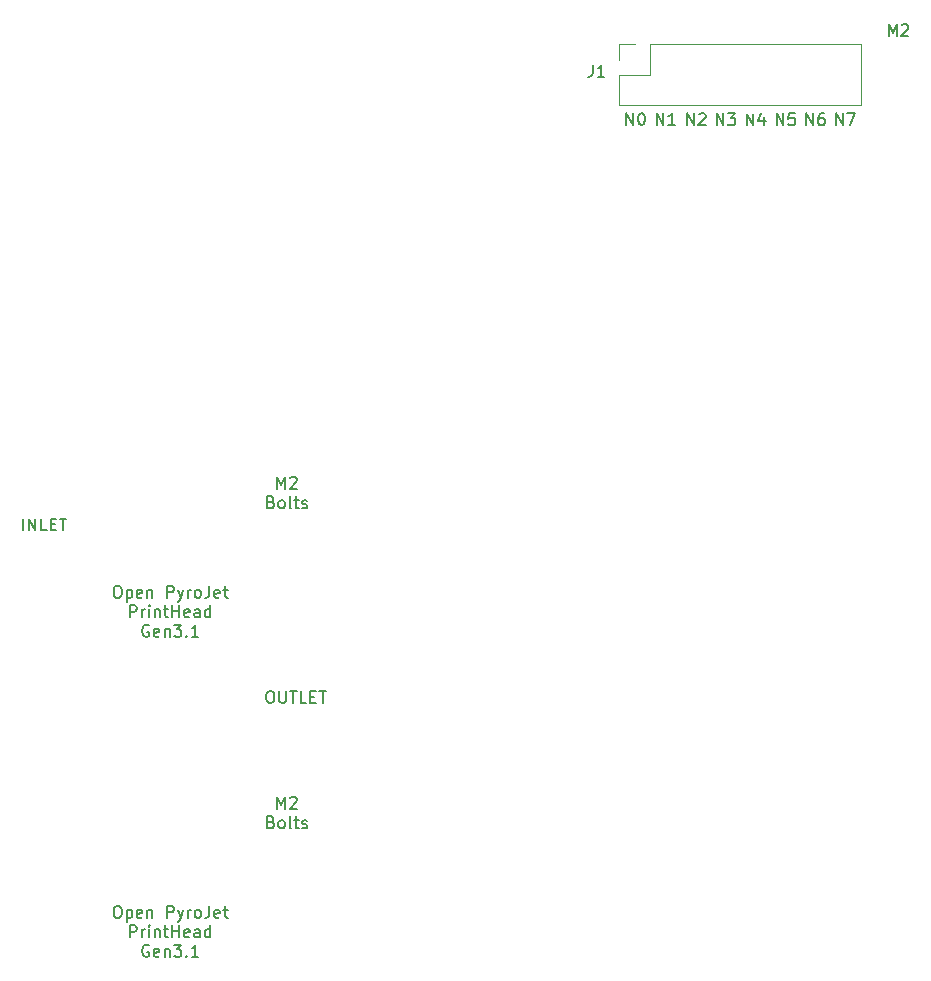
<source format=gto>
%MOIN*%
%OFA0B0*%
%FSLAX46Y46*%
%IPPOS*%
%LPD*%
%ADD10C,0.005905511811023622*%
%ADD11C,0.0047244094488188976*%
%ADD22C,0.005905511811023622*%
%ADD23C,0.005905511811023622*%
G01*
D10*
X0003210318Y0003179670D02*
X0003210318Y0003219040D01*
X0003232815Y0003179670D01*
X0003232815Y0003219040D01*
X0003247813Y0003219040D02*
X0003274060Y0003219040D01*
X0003257187Y0003179670D01*
X0003111318Y0003179670D02*
X0003111318Y0003219040D01*
X0003133815Y0003179670D01*
X0003133815Y0003219040D01*
X0003169436Y0003219040D02*
X0003161937Y0003219040D01*
X0003158187Y0003217165D01*
X0003156313Y0003215290D01*
X0003152563Y0003209666D01*
X0003150688Y0003202167D01*
X0003150688Y0003187169D01*
X0003152563Y0003183419D01*
X0003154438Y0003181544D01*
X0003158187Y0003179670D01*
X0003165686Y0003179670D01*
X0003169436Y0003181544D01*
X0003171311Y0003183419D01*
X0003173185Y0003187169D01*
X0003173185Y0003196542D01*
X0003171311Y0003200292D01*
X0003169436Y0003202167D01*
X0003165686Y0003204042D01*
X0003158187Y0003204042D01*
X0003154438Y0003202167D01*
X0003152563Y0003200292D01*
X0003150688Y0003196542D01*
X0003012318Y0003179670D02*
X0003012318Y0003219040D01*
X0003034815Y0003179670D01*
X0003034815Y0003219040D01*
X0003072311Y0003219040D02*
X0003053563Y0003219040D01*
X0003051688Y0003200292D01*
X0003053563Y0003202167D01*
X0003057313Y0003204042D01*
X0003066686Y0003204042D01*
X0003070436Y0003202167D01*
X0003072311Y0003200292D01*
X0003074185Y0003196542D01*
X0003074185Y0003187169D01*
X0003072311Y0003183419D01*
X0003070436Y0003181544D01*
X0003066686Y0003179670D01*
X0003057313Y0003179670D01*
X0003053563Y0003181544D01*
X0003051688Y0003183419D01*
X0002912318Y0003178670D02*
X0002912318Y0003218040D01*
X0002934815Y0003178670D01*
X0002934815Y0003218040D01*
X0002970436Y0003204916D02*
X0002970436Y0003178670D01*
X0002961062Y0003219914D02*
X0002951688Y0003191793D01*
X0002976060Y0003191793D01*
X0002812318Y0003179670D02*
X0002812318Y0003219040D01*
X0002834815Y0003179670D01*
X0002834815Y0003219040D01*
X0002849814Y0003219040D02*
X0002874185Y0003219040D01*
X0002861062Y0003204042D01*
X0002866686Y0003204042D01*
X0002870436Y0003202167D01*
X0002872311Y0003200292D01*
X0002874185Y0003196542D01*
X0002874185Y0003187169D01*
X0002872311Y0003183419D01*
X0002870436Y0003181544D01*
X0002866686Y0003179670D01*
X0002855438Y0003179670D01*
X0002851688Y0003181544D01*
X0002849814Y0003183419D01*
X0002714318Y0003179670D02*
X0002714318Y0003219040D01*
X0002736815Y0003179670D01*
X0002736815Y0003219040D01*
X0002753688Y0003215290D02*
X0002755563Y0003217165D01*
X0002759313Y0003219040D01*
X0002768686Y0003219040D01*
X0002772436Y0003217165D01*
X0002774311Y0003215290D01*
X0002776185Y0003211541D01*
X0002776185Y0003207791D01*
X0002774311Y0003202167D01*
X0002751814Y0003179670D01*
X0002776185Y0003179670D01*
X0002612318Y0003180670D02*
X0002612318Y0003220040D01*
X0002634815Y0003180670D01*
X0002634815Y0003220040D01*
X0002674185Y0003180670D02*
X0002651688Y0003180670D01*
X0002662937Y0003180670D02*
X0002662937Y0003220040D01*
X0002659187Y0003214415D01*
X0002655438Y0003210666D01*
X0002651688Y0003208791D01*
X0002511318Y0003180670D02*
X0002511318Y0003220040D01*
X0002533815Y0003180670D01*
X0002533815Y0003220040D01*
X0002560062Y0003220040D02*
X0002563812Y0003220040D01*
X0002567561Y0003218165D01*
X0002569436Y0003216290D01*
X0002571311Y0003212541D01*
X0002573185Y0003205042D01*
X0002573185Y0003195668D01*
X0002571311Y0003188169D01*
X0002569436Y0003184419D01*
X0002567561Y0003182544D01*
X0002563812Y0003180670D01*
X0002560062Y0003180670D01*
X0002556313Y0003182544D01*
X0002554438Y0003184419D01*
X0002552563Y0003188169D01*
X0002550688Y0003195668D01*
X0002550688Y0003205042D01*
X0002552563Y0003212541D01*
X0002554438Y0003216290D01*
X0002556313Y0003218165D01*
X0002560062Y0003220040D01*
X0003386443Y0003476670D02*
X0003386443Y0003516040D01*
X0003399567Y0003487918D01*
X0003412690Y0003516040D01*
X0003412690Y0003476670D01*
X0003429563Y0003512290D02*
X0003431438Y0003514165D01*
X0003435187Y0003516040D01*
X0003444561Y0003516040D01*
X0003448311Y0003514165D01*
X0003450185Y0003512290D01*
X0003452060Y0003508541D01*
X0003452060Y0003504791D01*
X0003450185Y0003499167D01*
X0003427688Y0003476670D01*
X0003452060Y0003476670D01*
D11*
X0002487952Y0003397480D02*
X0002487952Y0003449842D01*
X0002487952Y0003449842D02*
X0002540314Y0003449842D01*
X0002487952Y0003347480D02*
X0002590314Y0003347480D01*
X0002590314Y0003347480D02*
X0002590314Y0003449842D01*
X0002590314Y0003449842D02*
X0003292677Y0003449842D01*
X0003292677Y0003245118D02*
X0003292677Y0003449842D01*
X0002487952Y0003245118D02*
X0003292677Y0003245118D01*
X0002487952Y0003245118D02*
X0002487952Y0003347480D01*
D10*
X0002399191Y0003380040D02*
X0002399191Y0003351918D01*
X0002397316Y0003346294D01*
X0002393567Y0003342544D01*
X0002387942Y0003340670D01*
X0002384193Y0003340670D01*
X0002438561Y0003340670D02*
X0002416064Y0003340670D01*
X0002427313Y0003340670D02*
X0002427313Y0003380040D01*
X0002423563Y0003374415D01*
X0002419813Y0003370666D01*
X0002416064Y0003368791D01*
G04 next file*
G04 #@! TF.GenerationSoftware,KiCad,Pcbnew,(5.1.12)-1*
G04 #@! TF.CreationDate,2022-03-26T22:12:51+08:00*
G04 #@! TF.ProjectId,Nozzle,4e6f7a7a-6c65-42e6-9b69-6361645f7063,0.5*
G04 #@! TF.SameCoordinates,Original*
G04 #@! TF.FileFunction,Legend,Top*
G04 #@! TF.FilePolarity,Positive*
G04 Gerber Fmt 4.6, Leading zero omitted, Abs format (unit mm)*
G04 Created by KiCad (PCBNEW (5.1.12)-1) date 2022-03-26 22:12:51*
G01*
G04 APERTURE LIST*
G04 APERTURE END LIST*
G04 next file*
G04 #@! TF.GenerationSoftware,KiCad,Pcbnew,(5.1.12)-1*
G04 #@! TF.CreationDate,2022-03-26T22:12:51+08:00*
G04 #@! TF.ProjectId,Nozzle,4e6f7a7a-6c65-42e6-9b69-6361645f7063,0.5*
G04 #@! TF.SameCoordinates,Original*
G04 #@! TF.FileFunction,Legend,Top*
G04 #@! TF.FilePolarity,Positive*
G04 Gerber Fmt 4.6, Leading zero omitted, Abs format (unit mm)*
G04 Created by KiCad (PCBNEW (5.1.12)-1) date 2022-03-26 22:12:51*
G01*
G04 APERTURE LIST*
G04 APERTURE END LIST*
G04 next file*
G04 #@! TF.GenerationSoftware,KiCad,Pcbnew,(5.1.12)-1*
G04 #@! TF.CreationDate,2022-03-26T22:12:51+08:00*
G04 #@! TF.ProjectId,Nozzle,4e6f7a7a-6c65-42e6-9b69-6361645f7063,0.5*
G04 #@! TF.SameCoordinates,Original*
G04 #@! TF.FileFunction,Legend,Top*
G04 #@! TF.FilePolarity,Positive*
G04 Gerber Fmt 4.6, Leading zero omitted, Abs format (unit mm)*
G04 Created by KiCad (PCBNEW (5.1.12)-1) date 2022-03-26 22:12:51*
G01*
G04 APERTURE LIST*
G04 APERTURE END LIST*
G04 next file*
G04 #@! TF.GenerationSoftware,KiCad,Pcbnew,(5.1.12)-1*
G04 #@! TF.CreationDate,2022-03-26T22:19:29+08:00*
G04 #@! TF.ProjectId,Nozzle,4e6f7a7a-6c65-42e6-9b69-6361645f7063,0.5*
G04 #@! TF.SameCoordinates,Original*
G04 #@! TF.FileFunction,Legend,Top*
G04 #@! TF.FilePolarity,Positive*
G04 Gerber Fmt 4.6, Leading zero omitted, Abs format (unit mm)*
G04 Created by KiCad (PCBNEW (5.1.12)-1) date 2022-03-26 22:19:29*
G01*
G04 APERTURE LIST*
G04 APERTURE END LIST*
G04 next file*
G04 #@! TF.GenerationSoftware,KiCad,Pcbnew,(5.1.12)-1*
G04 #@! TF.CreationDate,2022-03-26T22:19:29+08:00*
G04 #@! TF.ProjectId,Nozzle,4e6f7a7a-6c65-42e6-9b69-6361645f7063,0.5*
G04 #@! TF.SameCoordinates,Original*
G04 #@! TF.FileFunction,Legend,Top*
G04 #@! TF.FilePolarity,Positive*
G04 Gerber Fmt 4.6, Leading zero omitted, Abs format (unit mm)*
G04 Created by KiCad (PCBNEW (5.1.12)-1) date 2022-03-26 22:19:29*
G01*
G04 APERTURE LIST*
G04 APERTURE END LIST*
G04 next file*
G04 #@! TF.GenerationSoftware,KiCad,Pcbnew,(5.1.12)-1*
G04 #@! TF.CreationDate,2022-03-26T22:23:47+08:00*
G04 #@! TF.ProjectId,Nozzle,4e6f7a7a-6c65-42e6-9b69-6361645f7063,0.5*
G04 #@! TF.SameCoordinates,Original*
G04 #@! TF.FileFunction,Legend,Top*
G04 #@! TF.FilePolarity,Positive*
G04 Gerber Fmt 4.6, Leading zero omitted, Abs format (unit mm)*
G04 Created by KiCad (PCBNEW (5.1.12)-1) date 2022-03-26 22:23:47*
G01*
G04 APERTURE LIST*
G04 APERTURE END LIST*
D22*
X0001348281Y0000900859D02*
X0001348281Y0000940229D01*
X0001361404Y0000912108D01*
X0001374528Y0000940229D01*
X0001374528Y0000900859D01*
X0001391401Y0000936480D02*
X0001393275Y0000938354D01*
X0001397025Y0000940229D01*
X0001406399Y0000940229D01*
X0001410148Y0000938354D01*
X0001412023Y0000936480D01*
X0001413898Y0000932730D01*
X0001413898Y0000928980D01*
X0001412023Y0000923356D01*
X0001389526Y0000900859D01*
X0001413898Y0000900859D01*
X0001327659Y0000856521D02*
X0001333283Y0000854646D01*
X0001335158Y0000852771D01*
X0001337032Y0000849022D01*
X0001337032Y0000843397D01*
X0001335158Y0000839648D01*
X0001333283Y0000837773D01*
X0001329533Y0000835898D01*
X0001314535Y0000835898D01*
X0001314535Y0000875268D01*
X0001327659Y0000875268D01*
X0001331408Y0000873394D01*
X0001333283Y0000871519D01*
X0001335158Y0000867769D01*
X0001335158Y0000864020D01*
X0001333283Y0000860270D01*
X0001331408Y0000858396D01*
X0001327659Y0000856521D01*
X0001314535Y0000856521D01*
X0001359530Y0000835898D02*
X0001355780Y0000837773D01*
X0001353905Y0000839648D01*
X0001352031Y0000843397D01*
X0001352031Y0000854646D01*
X0001353905Y0000858396D01*
X0001355780Y0000860270D01*
X0001359530Y0000862145D01*
X0001365154Y0000862145D01*
X0001368903Y0000860270D01*
X0001370778Y0000858396D01*
X0001372653Y0000854646D01*
X0001372653Y0000843397D01*
X0001370778Y0000839648D01*
X0001368903Y0000837773D01*
X0001365154Y0000835898D01*
X0001359530Y0000835898D01*
X0001395150Y0000835898D02*
X0001391401Y0000837773D01*
X0001389526Y0000841523D01*
X0001389526Y0000875268D01*
X0001404524Y0000862145D02*
X0001419522Y0000862145D01*
X0001410148Y0000875268D02*
X0001410148Y0000841523D01*
X0001412023Y0000837773D01*
X0001415773Y0000835898D01*
X0001419522Y0000835898D01*
X0001430771Y0000837773D02*
X0001434520Y0000835898D01*
X0001442019Y0000835898D01*
X0001445769Y0000837773D01*
X0001447644Y0000841523D01*
X0001447644Y0000843397D01*
X0001445769Y0000847147D01*
X0001442019Y0000849022D01*
X0001436395Y0000849022D01*
X0001432645Y0000850897D01*
X0001430771Y0000854646D01*
X0001430771Y0000856521D01*
X0001432645Y0000860270D01*
X0001436395Y0000862145D01*
X0001442019Y0000862145D01*
X0001445769Y0000860270D01*
X0000812112Y0000576709D02*
X0000819611Y0000576709D01*
X0000823361Y0000574835D01*
X0000827110Y0000571085D01*
X0000828985Y0000563586D01*
X0000828985Y0000550463D01*
X0000827110Y0000542964D01*
X0000823361Y0000539214D01*
X0000819611Y0000537339D01*
X0000812112Y0000537339D01*
X0000808362Y0000539214D01*
X0000804613Y0000542964D01*
X0000802738Y0000550463D01*
X0000802738Y0000563586D01*
X0000804613Y0000571085D01*
X0000808362Y0000574835D01*
X0000812112Y0000576709D01*
X0000845858Y0000563586D02*
X0000845858Y0000524216D01*
X0000845858Y0000561711D02*
X0000849607Y0000563586D01*
X0000857106Y0000563586D01*
X0000860856Y0000561711D01*
X0000862731Y0000559837D01*
X0000864605Y0000556087D01*
X0000864605Y0000544838D01*
X0000862731Y0000541089D01*
X0000860856Y0000539214D01*
X0000857106Y0000537339D01*
X0000849607Y0000537339D01*
X0000845858Y0000539214D01*
X0000896476Y0000539214D02*
X0000892727Y0000537339D01*
X0000885228Y0000537339D01*
X0000881478Y0000539214D01*
X0000879603Y0000542964D01*
X0000879603Y0000557962D01*
X0000881478Y0000561711D01*
X0000885228Y0000563586D01*
X0000892727Y0000563586D01*
X0000896476Y0000561711D01*
X0000898351Y0000557962D01*
X0000898351Y0000554212D01*
X0000879603Y0000550463D01*
X0000915224Y0000563586D02*
X0000915224Y0000537339D01*
X0000915224Y0000559837D02*
X0000917099Y0000561711D01*
X0000920848Y0000563586D01*
X0000926473Y0000563586D01*
X0000930222Y0000561711D01*
X0000932097Y0000557962D01*
X0000932097Y0000537339D01*
X0000980841Y0000537339D02*
X0000980841Y0000576709D01*
X0000995839Y0000576709D01*
X0000999588Y0000574835D01*
X0001001463Y0000572960D01*
X0001003338Y0000569210D01*
X0001003338Y0000563586D01*
X0001001463Y0000559837D01*
X0000999588Y0000557962D01*
X0000995839Y0000556087D01*
X0000980841Y0000556087D01*
X0001016461Y0000563586D02*
X0001025835Y0000537339D01*
X0001035209Y0000563586D02*
X0001025835Y0000537339D01*
X0001022086Y0000527965D01*
X0001020211Y0000526091D01*
X0001016461Y0000524216D01*
X0001050207Y0000537339D02*
X0001050207Y0000563586D01*
X0001050207Y0000556087D02*
X0001052082Y0000559837D01*
X0001053957Y0000561711D01*
X0001057706Y0000563586D01*
X0001061456Y0000563586D01*
X0001080203Y0000537339D02*
X0001076454Y0000539214D01*
X0001074579Y0000541089D01*
X0001072704Y0000544838D01*
X0001072704Y0000556087D01*
X0001074579Y0000559837D01*
X0001076454Y0000561711D01*
X0001080203Y0000563586D01*
X0001085828Y0000563586D01*
X0001089577Y0000561711D01*
X0001091452Y0000559837D01*
X0001093327Y0000556087D01*
X0001093327Y0000544838D01*
X0001091452Y0000541089D01*
X0001089577Y0000539214D01*
X0001085828Y0000537339D01*
X0001080203Y0000537339D01*
X0001121448Y0000576709D02*
X0001121448Y0000548588D01*
X0001119573Y0000542964D01*
X0001115824Y0000539214D01*
X0001110200Y0000537339D01*
X0001106450Y0000537339D01*
X0001155194Y0000539214D02*
X0001151445Y0000537339D01*
X0001143945Y0000537339D01*
X0001140196Y0000539214D01*
X0001138321Y0000542964D01*
X0001138321Y0000557962D01*
X0001140196Y0000561711D01*
X0001143945Y0000563586D01*
X0001151445Y0000563586D01*
X0001155194Y0000561711D01*
X0001157069Y0000557962D01*
X0001157069Y0000554212D01*
X0001138321Y0000550463D01*
X0001168317Y0000563586D02*
X0001183316Y0000563586D01*
X0001173942Y0000576709D02*
X0001173942Y0000542964D01*
X0001175816Y0000539214D01*
X0001179566Y0000537339D01*
X0001183316Y0000537339D01*
X0000857106Y0000472379D02*
X0000857106Y0000511749D01*
X0000872104Y0000511749D01*
X0000875854Y0000509874D01*
X0000877729Y0000507999D01*
X0000879603Y0000504250D01*
X0000879603Y0000498625D01*
X0000877729Y0000494876D01*
X0000875854Y0000493001D01*
X0000872104Y0000491126D01*
X0000857106Y0000491126D01*
X0000896476Y0000472379D02*
X0000896476Y0000498625D01*
X0000896476Y0000491126D02*
X0000898351Y0000494876D01*
X0000900226Y0000496751D01*
X0000903975Y0000498625D01*
X0000907725Y0000498625D01*
X0000920848Y0000472379D02*
X0000920848Y0000498625D01*
X0000920848Y0000511749D02*
X0000918974Y0000509874D01*
X0000920848Y0000507999D01*
X0000922723Y0000509874D01*
X0000920848Y0000511749D01*
X0000920848Y0000507999D01*
X0000939596Y0000498625D02*
X0000939596Y0000472379D01*
X0000939596Y0000494876D02*
X0000941471Y0000496751D01*
X0000945220Y0000498625D01*
X0000950845Y0000498625D01*
X0000954594Y0000496751D01*
X0000956469Y0000493001D01*
X0000956469Y0000472379D01*
X0000969592Y0000498625D02*
X0000984590Y0000498625D01*
X0000975217Y0000511749D02*
X0000975217Y0000478003D01*
X0000977091Y0000474253D01*
X0000980841Y0000472379D01*
X0000984590Y0000472379D01*
X0000997714Y0000472379D02*
X0000997714Y0000511749D01*
X0000997714Y0000493001D02*
X0001020211Y0000493001D01*
X0001020211Y0000472379D02*
X0001020211Y0000511749D01*
X0001053957Y0000474253D02*
X0001050207Y0000472379D01*
X0001042708Y0000472379D01*
X0001038959Y0000474253D01*
X0001037084Y0000478003D01*
X0001037084Y0000493001D01*
X0001038959Y0000496751D01*
X0001042708Y0000498625D01*
X0001050207Y0000498625D01*
X0001053957Y0000496751D01*
X0001055831Y0000493001D01*
X0001055831Y0000489252D01*
X0001037084Y0000485502D01*
X0001089577Y0000472379D02*
X0001089577Y0000493001D01*
X0001087702Y0000496751D01*
X0001083953Y0000498625D01*
X0001076454Y0000498625D01*
X0001072704Y0000496751D01*
X0001089577Y0000474253D02*
X0001085828Y0000472379D01*
X0001076454Y0000472379D01*
X0001072704Y0000474253D01*
X0001070830Y0000478003D01*
X0001070830Y0000481753D01*
X0001072704Y0000485502D01*
X0001076454Y0000487377D01*
X0001085828Y0000487377D01*
X0001089577Y0000489252D01*
X0001125198Y0000472379D02*
X0001125198Y0000511749D01*
X0001125198Y0000474253D02*
X0001121448Y0000472379D01*
X0001113949Y0000472379D01*
X0001110200Y0000474253D01*
X0001108325Y0000476128D01*
X0001106450Y0000479878D01*
X0001106450Y0000491126D01*
X0001108325Y0000494876D01*
X0001110200Y0000496751D01*
X0001113949Y0000498625D01*
X0001121448Y0000498625D01*
X0001125198Y0000496751D01*
X0000919911Y0000444913D02*
X0000916161Y0000446788D01*
X0000910537Y0000446788D01*
X0000904913Y0000444913D01*
X0000901163Y0000441164D01*
X0000899289Y0000437414D01*
X0000897414Y0000429915D01*
X0000897414Y0000424291D01*
X0000899289Y0000416792D01*
X0000901163Y0000413042D01*
X0000904913Y0000409293D01*
X0000910537Y0000407418D01*
X0000914287Y0000407418D01*
X0000919911Y0000409293D01*
X0000921786Y0000411168D01*
X0000921786Y0000424291D01*
X0000914287Y0000424291D01*
X0000953657Y0000409293D02*
X0000949907Y0000407418D01*
X0000942408Y0000407418D01*
X0000938659Y0000409293D01*
X0000936784Y0000413042D01*
X0000936784Y0000428040D01*
X0000938659Y0000431790D01*
X0000942408Y0000433665D01*
X0000949907Y0000433665D01*
X0000953657Y0000431790D01*
X0000955532Y0000428040D01*
X0000955532Y0000424291D01*
X0000936784Y0000420541D01*
X0000972404Y0000433665D02*
X0000972404Y0000407418D01*
X0000972404Y0000429915D02*
X0000974279Y0000431790D01*
X0000978029Y0000433665D01*
X0000983653Y0000433665D01*
X0000987402Y0000431790D01*
X0000989277Y0000428040D01*
X0000989277Y0000407418D01*
X0001004275Y0000446788D02*
X0001028647Y0000446788D01*
X0001015524Y0000431790D01*
X0001021148Y0000431790D01*
X0001024898Y0000429915D01*
X0001026773Y0000428040D01*
X0001028647Y0000424291D01*
X0001028647Y0000414917D01*
X0001026773Y0000411168D01*
X0001024898Y0000409293D01*
X0001021148Y0000407418D01*
X0001009900Y0000407418D01*
X0001006150Y0000409293D01*
X0001004275Y0000411168D01*
X0001045520Y0000411168D02*
X0001047395Y0000409293D01*
X0001045520Y0000407418D01*
X0001043645Y0000409293D01*
X0001045520Y0000411168D01*
X0001045520Y0000407418D01*
X0001084890Y0000407418D02*
X0001062393Y0000407418D01*
X0001073642Y0000407418D02*
X0001073642Y0000446788D01*
X0001069892Y0000441164D01*
X0001066143Y0000437414D01*
X0001062393Y0000435540D01*
G04 next file*
G04 #@! TF.GenerationSoftware,KiCad,Pcbnew,(5.1.12)-1*
G04 #@! TF.CreationDate,2022-03-26T22:12:19+08:00*
G04 #@! TF.ProjectId,Nozzle,4e6f7a7a-6c65-42e6-9b69-6361645f7063,0.5*
G04 #@! TF.SameCoordinates,Original*
G04 #@! TF.FileFunction,Legend,Top*
G04 #@! TF.FilePolarity,Positive*
G04 Gerber Fmt 4.6, Leading zero omitted, Abs format (unit mm)*
G04 Created by KiCad (PCBNEW (5.1.12)-1) date 2022-03-26 22:12:19*
G01*
G04 APERTURE LIST*
G04 APERTURE END LIST*
D23*
X0001348281Y0001967789D02*
X0001348281Y0002007159D01*
X0001361404Y0001979038D01*
X0001374528Y0002007159D01*
X0001374528Y0001967789D01*
X0001391401Y0002003410D02*
X0001393275Y0002005284D01*
X0001397025Y0002007159D01*
X0001406399Y0002007159D01*
X0001410148Y0002005284D01*
X0001412023Y0002003410D01*
X0001413898Y0001999660D01*
X0001413898Y0001995910D01*
X0001412023Y0001990286D01*
X0001389526Y0001967789D01*
X0001413898Y0001967789D01*
X0001327659Y0001923451D02*
X0001333283Y0001921576D01*
X0001335158Y0001919701D01*
X0001337032Y0001915952D01*
X0001337032Y0001910327D01*
X0001335158Y0001906578D01*
X0001333283Y0001904703D01*
X0001329533Y0001902828D01*
X0001314535Y0001902828D01*
X0001314535Y0001942198D01*
X0001327659Y0001942198D01*
X0001331408Y0001940324D01*
X0001333283Y0001938449D01*
X0001335158Y0001934699D01*
X0001335158Y0001930950D01*
X0001333283Y0001927200D01*
X0001331408Y0001925326D01*
X0001327659Y0001923451D01*
X0001314535Y0001923451D01*
X0001359530Y0001902828D02*
X0001355780Y0001904703D01*
X0001353905Y0001906578D01*
X0001352031Y0001910327D01*
X0001352031Y0001921576D01*
X0001353905Y0001925326D01*
X0001355780Y0001927200D01*
X0001359530Y0001929075D01*
X0001365154Y0001929075D01*
X0001368903Y0001927200D01*
X0001370778Y0001925326D01*
X0001372653Y0001921576D01*
X0001372653Y0001910327D01*
X0001370778Y0001906578D01*
X0001368903Y0001904703D01*
X0001365154Y0001902828D01*
X0001359530Y0001902828D01*
X0001395150Y0001902828D02*
X0001391401Y0001904703D01*
X0001389526Y0001908453D01*
X0001389526Y0001942198D01*
X0001404524Y0001929075D02*
X0001419522Y0001929075D01*
X0001410148Y0001942198D02*
X0001410148Y0001908453D01*
X0001412023Y0001904703D01*
X0001415773Y0001902828D01*
X0001419522Y0001902828D01*
X0001430771Y0001904703D02*
X0001434520Y0001902828D01*
X0001442019Y0001902828D01*
X0001445769Y0001904703D01*
X0001447644Y0001908453D01*
X0001447644Y0001910327D01*
X0001445769Y0001914077D01*
X0001442019Y0001915952D01*
X0001436395Y0001915952D01*
X0001432645Y0001917827D01*
X0001430771Y0001921576D01*
X0001430771Y0001923451D01*
X0001432645Y0001927200D01*
X0001436395Y0001929075D01*
X0001442019Y0001929075D01*
X0001445769Y0001927200D01*
X0000500786Y0001828309D02*
X0000500786Y0001867679D01*
X0000519533Y0001828309D02*
X0000519533Y0001867679D01*
X0000542031Y0001828309D01*
X0000542031Y0001867679D01*
X0000579526Y0001828309D02*
X0000560778Y0001828309D01*
X0000560778Y0001867679D01*
X0000592649Y0001848931D02*
X0000605773Y0001848931D01*
X0000611397Y0001828309D02*
X0000592649Y0001828309D01*
X0000592649Y0001867679D01*
X0000611397Y0001867679D01*
X0000622645Y0001867679D02*
X0000645143Y0001867679D01*
X0000633894Y0001828309D02*
X0000633894Y0001867679D01*
X0001321038Y0001292679D02*
X0001328537Y0001292679D01*
X0001332287Y0001290804D01*
X0001336036Y0001287054D01*
X0001337911Y0001279555D01*
X0001337911Y0001266432D01*
X0001336036Y0001258933D01*
X0001332287Y0001255183D01*
X0001328537Y0001253309D01*
X0001321038Y0001253309D01*
X0001317289Y0001255183D01*
X0001313539Y0001258933D01*
X0001311664Y0001266432D01*
X0001311664Y0001279555D01*
X0001313539Y0001287054D01*
X0001317289Y0001290804D01*
X0001321038Y0001292679D01*
X0001354784Y0001292679D02*
X0001354784Y0001260808D01*
X0001356659Y0001257058D01*
X0001358533Y0001255183D01*
X0001362283Y0001253309D01*
X0001369782Y0001253309D01*
X0001373532Y0001255183D01*
X0001375406Y0001257058D01*
X0001377281Y0001260808D01*
X0001377281Y0001292679D01*
X0001390404Y0001292679D02*
X0001412902Y0001292679D01*
X0001401653Y0001253309D02*
X0001401653Y0001292679D01*
X0001444773Y0001253309D02*
X0001426025Y0001253309D01*
X0001426025Y0001292679D01*
X0001457896Y0001273931D02*
X0001471019Y0001273931D01*
X0001476644Y0001253309D02*
X0001457896Y0001253309D01*
X0001457896Y0001292679D01*
X0001476644Y0001292679D01*
X0001487892Y0001292679D02*
X0001510389Y0001292679D01*
X0001499141Y0001253309D02*
X0001499141Y0001292679D01*
X0000812112Y0001643639D02*
X0000819611Y0001643639D01*
X0000823361Y0001641765D01*
X0000827110Y0001638015D01*
X0000828985Y0001630516D01*
X0000828985Y0001617393D01*
X0000827110Y0001609894D01*
X0000823361Y0001606144D01*
X0000819611Y0001604269D01*
X0000812112Y0001604269D01*
X0000808362Y0001606144D01*
X0000804613Y0001609894D01*
X0000802738Y0001617393D01*
X0000802738Y0001630516D01*
X0000804613Y0001638015D01*
X0000808362Y0001641765D01*
X0000812112Y0001643639D01*
X0000845858Y0001630516D02*
X0000845858Y0001591146D01*
X0000845858Y0001628641D02*
X0000849607Y0001630516D01*
X0000857106Y0001630516D01*
X0000860856Y0001628641D01*
X0000862731Y0001626767D01*
X0000864605Y0001623017D01*
X0000864605Y0001611768D01*
X0000862731Y0001608019D01*
X0000860856Y0001606144D01*
X0000857106Y0001604269D01*
X0000849607Y0001604269D01*
X0000845858Y0001606144D01*
X0000896476Y0001606144D02*
X0000892727Y0001604269D01*
X0000885228Y0001604269D01*
X0000881478Y0001606144D01*
X0000879603Y0001609894D01*
X0000879603Y0001624892D01*
X0000881478Y0001628641D01*
X0000885228Y0001630516D01*
X0000892727Y0001630516D01*
X0000896476Y0001628641D01*
X0000898351Y0001624892D01*
X0000898351Y0001621142D01*
X0000879603Y0001617393D01*
X0000915224Y0001630516D02*
X0000915224Y0001604269D01*
X0000915224Y0001626767D02*
X0000917099Y0001628641D01*
X0000920848Y0001630516D01*
X0000926473Y0001630516D01*
X0000930222Y0001628641D01*
X0000932097Y0001624892D01*
X0000932097Y0001604269D01*
X0000980841Y0001604269D02*
X0000980841Y0001643639D01*
X0000995839Y0001643639D01*
X0000999588Y0001641765D01*
X0001001463Y0001639890D01*
X0001003338Y0001636140D01*
X0001003338Y0001630516D01*
X0001001463Y0001626767D01*
X0000999588Y0001624892D01*
X0000995839Y0001623017D01*
X0000980841Y0001623017D01*
X0001016461Y0001630516D02*
X0001025835Y0001604269D01*
X0001035209Y0001630516D02*
X0001025835Y0001604269D01*
X0001022086Y0001594895D01*
X0001020211Y0001593021D01*
X0001016461Y0001591146D01*
X0001050207Y0001604269D02*
X0001050207Y0001630516D01*
X0001050207Y0001623017D02*
X0001052082Y0001626767D01*
X0001053957Y0001628641D01*
X0001057706Y0001630516D01*
X0001061456Y0001630516D01*
X0001080203Y0001604269D02*
X0001076454Y0001606144D01*
X0001074579Y0001608019D01*
X0001072704Y0001611768D01*
X0001072704Y0001623017D01*
X0001074579Y0001626767D01*
X0001076454Y0001628641D01*
X0001080203Y0001630516D01*
X0001085828Y0001630516D01*
X0001089577Y0001628641D01*
X0001091452Y0001626767D01*
X0001093327Y0001623017D01*
X0001093327Y0001611768D01*
X0001091452Y0001608019D01*
X0001089577Y0001606144D01*
X0001085828Y0001604269D01*
X0001080203Y0001604269D01*
X0001121448Y0001643639D02*
X0001121448Y0001615518D01*
X0001119573Y0001609894D01*
X0001115824Y0001606144D01*
X0001110200Y0001604269D01*
X0001106450Y0001604269D01*
X0001155194Y0001606144D02*
X0001151445Y0001604269D01*
X0001143945Y0001604269D01*
X0001140196Y0001606144D01*
X0001138321Y0001609894D01*
X0001138321Y0001624892D01*
X0001140196Y0001628641D01*
X0001143945Y0001630516D01*
X0001151445Y0001630516D01*
X0001155194Y0001628641D01*
X0001157069Y0001624892D01*
X0001157069Y0001621142D01*
X0001138321Y0001617393D01*
X0001168317Y0001630516D02*
X0001183316Y0001630516D01*
X0001173942Y0001643639D02*
X0001173942Y0001609894D01*
X0001175816Y0001606144D01*
X0001179566Y0001604269D01*
X0001183316Y0001604269D01*
X0000857106Y0001539309D02*
X0000857106Y0001578679D01*
X0000872104Y0001578679D01*
X0000875854Y0001576804D01*
X0000877729Y0001574929D01*
X0000879603Y0001571180D01*
X0000879603Y0001565555D01*
X0000877729Y0001561806D01*
X0000875854Y0001559931D01*
X0000872104Y0001558056D01*
X0000857106Y0001558056D01*
X0000896476Y0001539309D02*
X0000896476Y0001565555D01*
X0000896476Y0001558056D02*
X0000898351Y0001561806D01*
X0000900226Y0001563681D01*
X0000903975Y0001565555D01*
X0000907725Y0001565555D01*
X0000920848Y0001539309D02*
X0000920848Y0001565555D01*
X0000920848Y0001578679D02*
X0000918974Y0001576804D01*
X0000920848Y0001574929D01*
X0000922723Y0001576804D01*
X0000920848Y0001578679D01*
X0000920848Y0001574929D01*
X0000939596Y0001565555D02*
X0000939596Y0001539309D01*
X0000939596Y0001561806D02*
X0000941471Y0001563681D01*
X0000945220Y0001565555D01*
X0000950845Y0001565555D01*
X0000954594Y0001563681D01*
X0000956469Y0001559931D01*
X0000956469Y0001539309D01*
X0000969592Y0001565555D02*
X0000984590Y0001565555D01*
X0000975217Y0001578679D02*
X0000975217Y0001544933D01*
X0000977091Y0001541183D01*
X0000980841Y0001539309D01*
X0000984590Y0001539309D01*
X0000997714Y0001539309D02*
X0000997714Y0001578679D01*
X0000997714Y0001559931D02*
X0001020211Y0001559931D01*
X0001020211Y0001539309D02*
X0001020211Y0001578679D01*
X0001053957Y0001541183D02*
X0001050207Y0001539309D01*
X0001042708Y0001539309D01*
X0001038959Y0001541183D01*
X0001037084Y0001544933D01*
X0001037084Y0001559931D01*
X0001038959Y0001563681D01*
X0001042708Y0001565555D01*
X0001050207Y0001565555D01*
X0001053957Y0001563681D01*
X0001055831Y0001559931D01*
X0001055831Y0001556182D01*
X0001037084Y0001552432D01*
X0001089577Y0001539309D02*
X0001089577Y0001559931D01*
X0001087702Y0001563681D01*
X0001083953Y0001565555D01*
X0001076454Y0001565555D01*
X0001072704Y0001563681D01*
X0001089577Y0001541183D02*
X0001085828Y0001539309D01*
X0001076454Y0001539309D01*
X0001072704Y0001541183D01*
X0001070830Y0001544933D01*
X0001070830Y0001548683D01*
X0001072704Y0001552432D01*
X0001076454Y0001554307D01*
X0001085828Y0001554307D01*
X0001089577Y0001556182D01*
X0001125198Y0001539309D02*
X0001125198Y0001578679D01*
X0001125198Y0001541183D02*
X0001121448Y0001539309D01*
X0001113949Y0001539309D01*
X0001110200Y0001541183D01*
X0001108325Y0001543058D01*
X0001106450Y0001546808D01*
X0001106450Y0001558056D01*
X0001108325Y0001561806D01*
X0001110200Y0001563681D01*
X0001113949Y0001565555D01*
X0001121448Y0001565555D01*
X0001125198Y0001563681D01*
X0000919911Y0001511843D02*
X0000916161Y0001513718D01*
X0000910537Y0001513718D01*
X0000904913Y0001511843D01*
X0000901163Y0001508094D01*
X0000899289Y0001504344D01*
X0000897414Y0001496845D01*
X0000897414Y0001491221D01*
X0000899289Y0001483722D01*
X0000901163Y0001479972D01*
X0000904913Y0001476223D01*
X0000910537Y0001474348D01*
X0000914287Y0001474348D01*
X0000919911Y0001476223D01*
X0000921786Y0001478098D01*
X0000921786Y0001491221D01*
X0000914287Y0001491221D01*
X0000953657Y0001476223D02*
X0000949907Y0001474348D01*
X0000942408Y0001474348D01*
X0000938659Y0001476223D01*
X0000936784Y0001479972D01*
X0000936784Y0001494970D01*
X0000938659Y0001498720D01*
X0000942408Y0001500595D01*
X0000949907Y0001500595D01*
X0000953657Y0001498720D01*
X0000955532Y0001494970D01*
X0000955532Y0001491221D01*
X0000936784Y0001487471D01*
X0000972404Y0001500595D02*
X0000972404Y0001474348D01*
X0000972404Y0001496845D02*
X0000974279Y0001498720D01*
X0000978029Y0001500595D01*
X0000983653Y0001500595D01*
X0000987402Y0001498720D01*
X0000989277Y0001494970D01*
X0000989277Y0001474348D01*
X0001004275Y0001513718D02*
X0001028647Y0001513718D01*
X0001015524Y0001498720D01*
X0001021148Y0001498720D01*
X0001024898Y0001496845D01*
X0001026773Y0001494970D01*
X0001028647Y0001491221D01*
X0001028647Y0001481847D01*
X0001026773Y0001478098D01*
X0001024898Y0001476223D01*
X0001021148Y0001474348D01*
X0001009900Y0001474348D01*
X0001006150Y0001476223D01*
X0001004275Y0001478098D01*
X0001045520Y0001478098D02*
X0001047395Y0001476223D01*
X0001045520Y0001474348D01*
X0001043645Y0001476223D01*
X0001045520Y0001478098D01*
X0001045520Y0001474348D01*
X0001084890Y0001474348D02*
X0001062393Y0001474348D01*
X0001073642Y0001474348D02*
X0001073642Y0001513718D01*
X0001069892Y0001508094D01*
X0001066143Y0001504344D01*
X0001062393Y0001502470D01*
M02*
</source>
